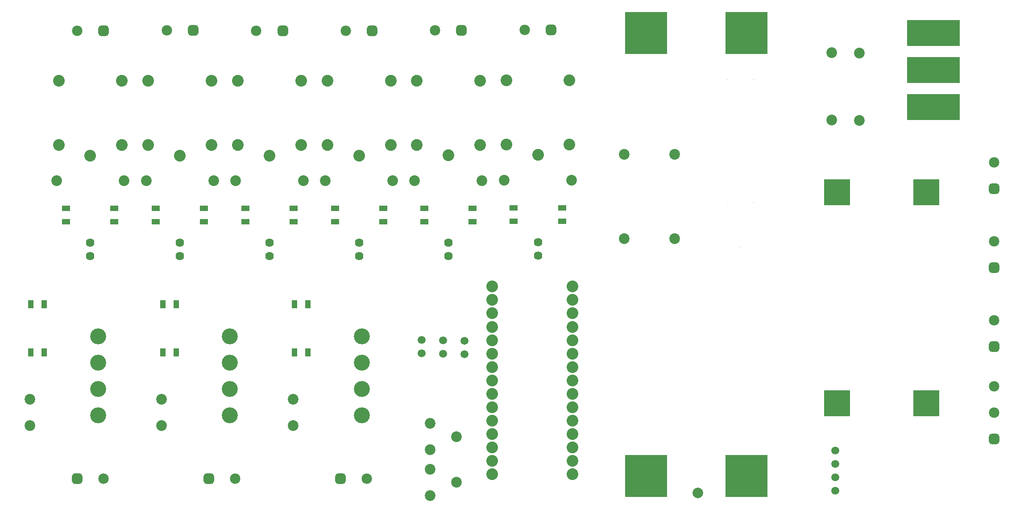
<source format=gts>
G04*
G04 #@! TF.GenerationSoftware,Altium Limited,Altium Designer,22.10.1 (41)*
G04*
G04 Layer_Color=8388736*
%FSLAX44Y44*%
%MOMM*%
G71*
G04*
G04 #@! TF.SameCoordinates,C9FDC906-5936-4CD8-A4FC-E9511144A6E8*
G04*
G04*
G04 #@! TF.FilePolarity,Negative*
G04*
G01*
G75*
%ADD18R,1.6200X1.0200*%
%ADD19R,1.0200X1.6200*%
%ADD20C,2.0200*%
%ADD21C,2.0032*%
%ADD22R,10.0200X5.0200*%
%ADD23R,5.0200X5.0200*%
%ADD24C,1.5200*%
%ADD25R,0.0200X0.0200*%
%ADD26C,1.6200*%
%ADD27C,2.2200*%
%ADD28C,1.9700*%
G04:AMPARAMS|DCode=29|XSize=1.97mm|YSize=1.97mm|CornerRadius=0.4975mm|HoleSize=0mm|Usage=FLASHONLY|Rotation=90.000|XOffset=0mm|YOffset=0mm|HoleType=Round|Shape=RoundedRectangle|*
%AMROUNDEDRECTD29*
21,1,1.9700,0.9750,0,0,90.0*
21,1,0.9750,1.9700,0,0,90.0*
1,1,0.9950,0.4875,0.4875*
1,1,0.9950,0.4875,-0.4875*
1,1,0.9950,-0.4875,-0.4875*
1,1,0.9950,-0.4875,0.4875*
%
%ADD29ROUNDEDRECTD29*%
%ADD30C,3.0200*%
G04:AMPARAMS|DCode=31|XSize=1.97mm|YSize=1.97mm|CornerRadius=0.4975mm|HoleSize=0mm|Usage=FLASHONLY|Rotation=0.000|XOffset=0mm|YOffset=0mm|HoleType=Round|Shape=RoundedRectangle|*
%AMROUNDEDRECTD31*
21,1,1.9700,0.9750,0,0,0.0*
21,1,0.9750,1.9700,0,0,0.0*
1,1,0.9950,0.4875,-0.4875*
1,1,0.9950,-0.4875,-0.4875*
1,1,0.9950,-0.4875,0.4875*
1,1,0.9950,0.4875,0.4875*
%
%ADD31ROUNDEDRECTD31*%
%ADD32R,8.0200X8.0200*%
D18*
X154250Y587700D02*
D03*
X245750Y562300D02*
D03*
X154250D02*
D03*
X245750Y587700D02*
D03*
X324250D02*
D03*
X415750Y562300D02*
D03*
X324250D02*
D03*
X415750Y587700D02*
D03*
X585750D02*
D03*
X494250Y562300D02*
D03*
X585750D02*
D03*
X494250Y587700D02*
D03*
X664250D02*
D03*
X755750Y562300D02*
D03*
X664250D02*
D03*
X755750Y587700D02*
D03*
X1003550Y588700D02*
D03*
X1095050Y563300D02*
D03*
X1003550D02*
D03*
X1095050Y588700D02*
D03*
X833514Y587800D02*
D03*
X925014Y562400D02*
D03*
X833514D02*
D03*
X925014Y587800D02*
D03*
D19*
X587300Y405750D02*
D03*
X612700D02*
D03*
X587300Y314250D02*
D03*
X612700D02*
D03*
X87300D02*
D03*
X112700Y405750D02*
D03*
Y314250D02*
D03*
X87300Y405750D02*
D03*
X362700Y314250D02*
D03*
X337300D02*
D03*
X362700Y405750D02*
D03*
X337300D02*
D03*
D20*
X1308942Y530000D02*
D03*
X1212942D02*
D03*
Y690000D02*
D03*
X1308942D02*
D03*
X1607000Y755000D02*
D03*
Y883000D02*
D03*
X1659300Y754700D02*
D03*
Y882700D02*
D03*
X895000Y67700D02*
D03*
X845000Y92700D02*
D03*
Y42700D02*
D03*
X895000Y154300D02*
D03*
X845000Y179300D02*
D03*
Y129300D02*
D03*
X985300Y641000D02*
D03*
X1113300D02*
D03*
X646000Y640000D02*
D03*
X774000D02*
D03*
X476000D02*
D03*
X604000D02*
D03*
X306000D02*
D03*
X434000D02*
D03*
X85000Y175000D02*
D03*
Y225000D02*
D03*
X335000D02*
D03*
Y175000D02*
D03*
X585000Y225000D02*
D03*
Y175000D02*
D03*
X264000Y640000D02*
D03*
X136000D02*
D03*
X943264Y640100D02*
D03*
X815264D02*
D03*
D21*
X1352900Y47900D02*
D03*
D22*
X1800000Y780000D02*
D03*
Y850000D02*
D03*
Y920000D02*
D03*
D23*
X1616700Y617900D02*
D03*
Y217900D02*
D03*
X1786700Y617900D02*
D03*
Y217900D02*
D03*
D24*
X1613200Y128300D02*
D03*
Y102900D02*
D03*
Y77500D02*
D03*
Y52100D02*
D03*
X869543Y336800D02*
D03*
Y311400D02*
D03*
X828900Y337600D02*
D03*
Y312200D02*
D03*
X909800Y336400D02*
D03*
Y311000D02*
D03*
D25*
X1458300Y598200D02*
D03*
X1459300Y831200D02*
D03*
X1409300D02*
D03*
X1410300Y598200D02*
D03*
X1434300Y513200D02*
D03*
D26*
X370000Y497300D02*
D03*
Y522700D02*
D03*
X200000Y497300D02*
D03*
Y522700D02*
D03*
X540000Y497300D02*
D03*
Y522700D02*
D03*
X710000Y497300D02*
D03*
Y522700D02*
D03*
X1049300Y498300D02*
D03*
Y523700D02*
D03*
X879264Y497400D02*
D03*
Y522800D02*
D03*
D27*
X1115200Y108420D02*
D03*
Y82975D02*
D03*
Y133865D02*
D03*
Y159310D02*
D03*
Y286535D02*
D03*
Y311980D02*
D03*
Y337425D02*
D03*
Y362870D02*
D03*
Y388315D02*
D03*
Y413760D02*
D03*
Y439205D02*
D03*
X962530D02*
D03*
Y413760D02*
D03*
Y388315D02*
D03*
Y362870D02*
D03*
Y337425D02*
D03*
Y311980D02*
D03*
Y286535D02*
D03*
Y261090D02*
D03*
Y235645D02*
D03*
Y210200D02*
D03*
Y184755D02*
D03*
Y159310D02*
D03*
Y133865D02*
D03*
Y108420D02*
D03*
Y82975D02*
D03*
X1115200Y184755D02*
D03*
Y210200D02*
D03*
Y235645D02*
D03*
Y261090D02*
D03*
X770000Y708000D02*
D03*
X650000Y830000D02*
D03*
Y708000D02*
D03*
X710000Y688000D02*
D03*
X770000Y830000D02*
D03*
X1109300Y709000D02*
D03*
X989300Y831000D02*
D03*
Y709000D02*
D03*
X1049300Y689000D02*
D03*
X1109300Y831000D02*
D03*
X939264Y708100D02*
D03*
X819264Y830100D02*
D03*
Y708100D02*
D03*
X879264Y688100D02*
D03*
X939264Y830100D02*
D03*
X430000Y708000D02*
D03*
X310000Y830000D02*
D03*
Y708000D02*
D03*
X370000Y688000D02*
D03*
X430000Y830000D02*
D03*
X600000D02*
D03*
X540000Y688000D02*
D03*
X480000Y708000D02*
D03*
Y830000D02*
D03*
X600000Y708000D02*
D03*
X260000Y830000D02*
D03*
X200000Y688000D02*
D03*
X140000Y708000D02*
D03*
Y830000D02*
D03*
X260000Y708000D02*
D03*
D28*
X1915000Y199998D02*
D03*
Y249997D02*
D03*
Y674997D02*
D03*
X474997Y75000D02*
D03*
X224998D02*
D03*
X854267Y925100D02*
D03*
X1024303Y926000D02*
D03*
X685003Y925000D02*
D03*
X515003D02*
D03*
X345003Y925500D02*
D03*
X175002Y925000D02*
D03*
X724997Y75000D02*
D03*
X1915000Y374997D02*
D03*
Y524997D02*
D03*
D29*
Y149998D02*
D03*
Y624998D02*
D03*
Y324998D02*
D03*
Y474998D02*
D03*
D30*
X215000Y195000D02*
D03*
Y345000D02*
D03*
Y295000D02*
D03*
Y245000D02*
D03*
X465000Y195000D02*
D03*
Y345000D02*
D03*
Y295000D02*
D03*
Y245000D02*
D03*
X715000Y195000D02*
D03*
Y345000D02*
D03*
Y295000D02*
D03*
Y245000D02*
D03*
D31*
X424998Y75000D02*
D03*
X174998D02*
D03*
X904267Y925100D02*
D03*
X1074302Y926000D02*
D03*
X735002Y925000D02*
D03*
X565002D02*
D03*
X395002Y925500D02*
D03*
X225002Y925000D02*
D03*
X674998Y75000D02*
D03*
D32*
X1445000Y920000D02*
D03*
X1255000D02*
D03*
X1445000Y80000D02*
D03*
X1255000D02*
D03*
M02*

</source>
